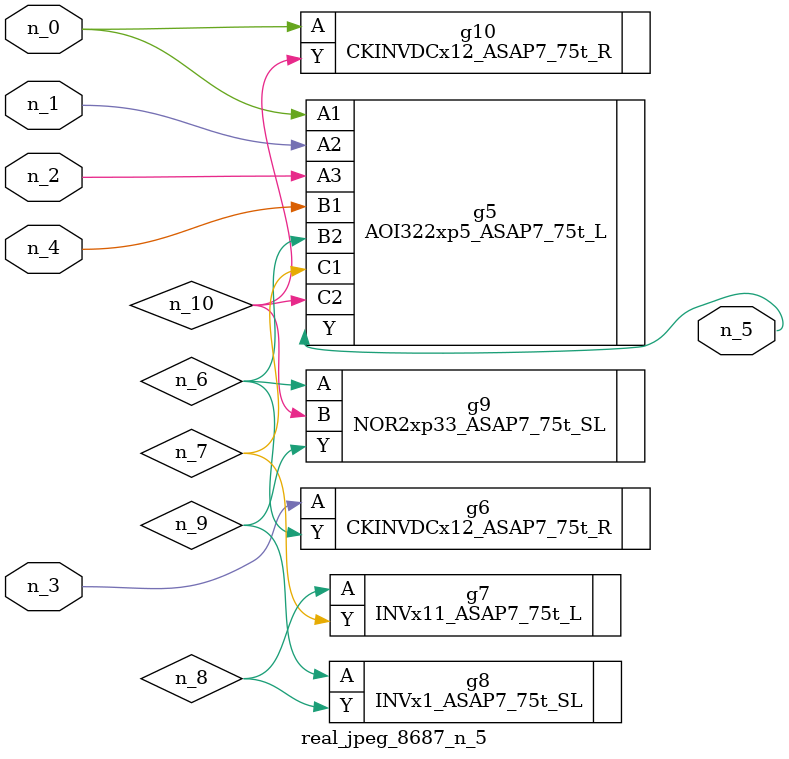
<source format=v>
module real_jpeg_8687_n_5 (n_4, n_0, n_1, n_2, n_3, n_5);

input n_4;
input n_0;
input n_1;
input n_2;
input n_3;

output n_5;

wire n_8;
wire n_6;
wire n_7;
wire n_10;
wire n_9;

AOI322xp5_ASAP7_75t_L g5 ( 
.A1(n_0),
.A2(n_1),
.A3(n_2),
.B1(n_4),
.B2(n_6),
.C1(n_7),
.C2(n_10),
.Y(n_5)
);

CKINVDCx12_ASAP7_75t_R g10 ( 
.A(n_0),
.Y(n_10)
);

CKINVDCx12_ASAP7_75t_R g6 ( 
.A(n_3),
.Y(n_6)
);

NOR2xp33_ASAP7_75t_SL g9 ( 
.A(n_6),
.B(n_10),
.Y(n_9)
);

INVx11_ASAP7_75t_L g7 ( 
.A(n_8),
.Y(n_7)
);

INVx1_ASAP7_75t_SL g8 ( 
.A(n_9),
.Y(n_8)
);


endmodule
</source>
